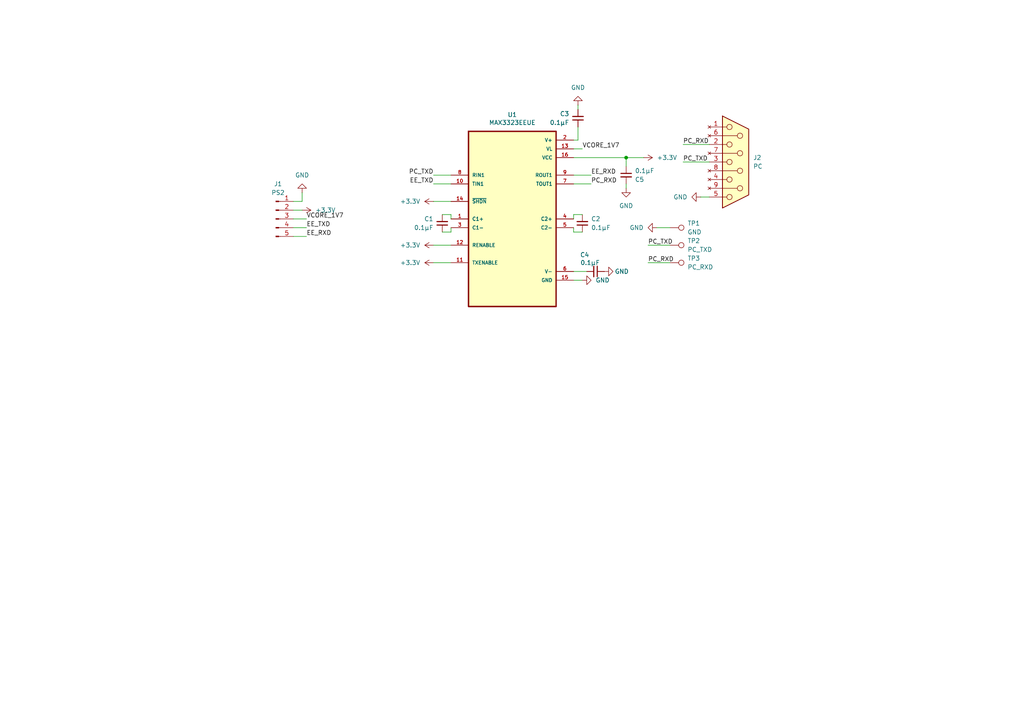
<source format=kicad_sch>
(kicad_sch
	(version 20250114)
	(generator "eeschema")
	(generator_version "9.0")
	(uuid "c89e5e76-1f36-4ad1-9901-3bf66b93c563")
	(paper "A4")
	(title_block
		(title "PS2 RS232 Serial Adapter")
		(date "2025-03-19")
		(rev "1.0")
	)
	(lib_symbols
		(symbol "Connector:TestPoint"
			(pin_numbers
				(hide yes)
			)
			(pin_names
				(offset 0.762)
				(hide yes)
			)
			(exclude_from_sim no)
			(in_bom yes)
			(on_board yes)
			(property "Reference" "TP"
				(at 0 6.858 0)
				(effects
					(font
						(size 1.27 1.27)
					)
				)
			)
			(property "Value" "TestPoint"
				(at 0 5.08 0)
				(effects
					(font
						(size 1.27 1.27)
					)
				)
			)
			(property "Footprint" ""
				(at 5.08 0 0)
				(effects
					(font
						(size 1.27 1.27)
					)
					(hide yes)
				)
			)
			(property "Datasheet" "~"
				(at 5.08 0 0)
				(effects
					(font
						(size 1.27 1.27)
					)
					(hide yes)
				)
			)
			(property "Description" "test point"
				(at 0 0 0)
				(effects
					(font
						(size 1.27 1.27)
					)
					(hide yes)
				)
			)
			(property "ki_keywords" "test point tp"
				(at 0 0 0)
				(effects
					(font
						(size 1.27 1.27)
					)
					(hide yes)
				)
			)
			(property "ki_fp_filters" "Pin* Test*"
				(at 0 0 0)
				(effects
					(font
						(size 1.27 1.27)
					)
					(hide yes)
				)
			)
			(symbol "TestPoint_0_1"
				(circle
					(center 0 3.302)
					(radius 0.762)
					(stroke
						(width 0)
						(type default)
					)
					(fill
						(type none)
					)
				)
			)
			(symbol "TestPoint_1_1"
				(pin passive line
					(at 0 0 90)
					(length 2.54)
					(name "1"
						(effects
							(font
								(size 1.27 1.27)
							)
						)
					)
					(number "1"
						(effects
							(font
								(size 1.27 1.27)
							)
						)
					)
				)
			)
			(embedded_fonts no)
		)
		(symbol "Device:C_Small"
			(pin_numbers
				(hide yes)
			)
			(pin_names
				(offset 0.254)
				(hide yes)
			)
			(exclude_from_sim no)
			(in_bom yes)
			(on_board yes)
			(property "Reference" "C"
				(at 0.254 1.778 0)
				(effects
					(font
						(size 1.27 1.27)
					)
					(justify left)
				)
			)
			(property "Value" "C_Small"
				(at 0.254 -2.032 0)
				(effects
					(font
						(size 1.27 1.27)
					)
					(justify left)
				)
			)
			(property "Footprint" ""
				(at 0 0 0)
				(effects
					(font
						(size 1.27 1.27)
					)
					(hide yes)
				)
			)
			(property "Datasheet" "~"
				(at 0 0 0)
				(effects
					(font
						(size 1.27 1.27)
					)
					(hide yes)
				)
			)
			(property "Description" "Unpolarized capacitor, small symbol"
				(at 0 0 0)
				(effects
					(font
						(size 1.27 1.27)
					)
					(hide yes)
				)
			)
			(property "ki_keywords" "capacitor cap"
				(at 0 0 0)
				(effects
					(font
						(size 1.27 1.27)
					)
					(hide yes)
				)
			)
			(property "ki_fp_filters" "C_*"
				(at 0 0 0)
				(effects
					(font
						(size 1.27 1.27)
					)
					(hide yes)
				)
			)
			(symbol "C_Small_0_1"
				(polyline
					(pts
						(xy -1.524 0.508) (xy 1.524 0.508)
					)
					(stroke
						(width 0.3048)
						(type default)
					)
					(fill
						(type none)
					)
				)
				(polyline
					(pts
						(xy -1.524 -0.508) (xy 1.524 -0.508)
					)
					(stroke
						(width 0.3302)
						(type default)
					)
					(fill
						(type none)
					)
				)
			)
			(symbol "C_Small_1_1"
				(pin passive line
					(at 0 2.54 270)
					(length 2.032)
					(name "~"
						(effects
							(font
								(size 1.27 1.27)
							)
						)
					)
					(number "1"
						(effects
							(font
								(size 1.27 1.27)
							)
						)
					)
				)
				(pin passive line
					(at 0 -2.54 90)
					(length 2.032)
					(name "~"
						(effects
							(font
								(size 1.27 1.27)
							)
						)
					)
					(number "2"
						(effects
							(font
								(size 1.27 1.27)
							)
						)
					)
				)
			)
			(embedded_fonts no)
		)
		(symbol "PS2_Serial_Adapter:MAX3323EEUE"
			(pin_names
				(offset 1.016)
			)
			(exclude_from_sim no)
			(in_bom yes)
			(on_board yes)
			(property "Reference" "U1"
				(at 0 30.48 0)
				(effects
					(font
						(size 1.27 1.27)
					)
				)
			)
			(property "Value" "MAX3323EEUE"
				(at 0 27.94 0)
				(effects
					(font
						(size 1.27 1.27)
					)
				)
			)
			(property "Footprint" "MAX3323EEUE:SOP65P640X110-16N"
				(at 0 0 0)
				(effects
					(font
						(size 1.27 1.27)
					)
					(justify bottom)
					(hide yes)
				)
			)
			(property "Datasheet" ""
				(at 0 0 0)
				(effects
					(font
						(size 1.27 1.27)
					)
					(hide yes)
				)
			)
			(property "Description" ""
				(at 0 0 0)
				(effects
					(font
						(size 1.27 1.27)
					)
					(hide yes)
				)
			)
			(property "DigiKey_Part_Number" "MAX3323EEUE+-ND"
				(at 0 0 0)
				(effects
					(font
						(size 1.27 1.27)
					)
					(justify bottom)
					(hide yes)
				)
			)
			(property "SnapEDA_Link" "https://www.snapeda.com/parts/MAX3323EEUE+/Analog+Devices/view-part/?ref=snap"
				(at 0 0 0)
				(effects
					(font
						(size 1.27 1.27)
					)
					(justify bottom)
					(hide yes)
				)
			)
			(property "Description_1" "±15kV ESD-Protected, RS-232 Transceivers for Multidrop Applications"
				(at 0 0 0)
				(effects
					(font
						(size 1.27 1.27)
					)
					(justify bottom)
					(hide yes)
				)
			)
			(property "MF" "Analog Devices"
				(at 0 0 0)
				(effects
					(font
						(size 1.27 1.27)
					)
					(justify bottom)
					(hide yes)
				)
			)
			(property "Package" "TSSOP-16 Maxim"
				(at 0 0 0)
				(effects
					(font
						(size 1.27 1.27)
					)
					(justify bottom)
					(hide yes)
				)
			)
			(property "Check_prices" "https://www.snapeda.com/parts/MAX3323EEUE+/Analog+Devices/view-part/?ref=eda"
				(at 0 0 0)
				(effects
					(font
						(size 1.27 1.27)
					)
					(justify bottom)
					(hide yes)
				)
			)
			(property "MP" "MAX3323EEUE+"
				(at 0 0 0)
				(effects
					(font
						(size 1.27 1.27)
					)
					(justify bottom)
					(hide yes)
				)
			)
			(symbol "MAX3323EEUE_0_0"
				(rectangle
					(start -12.7 -25.4)
					(end 12.7 25.4)
					(stroke
						(width 0.41)
						(type default)
					)
					(fill
						(type background)
					)
				)
				(pin input line
					(at -17.78 12.7 0)
					(length 5.08)
					(name "RIN1"
						(effects
							(font
								(size 1.016 1.016)
							)
						)
					)
					(number "8"
						(effects
							(font
								(size 1.016 1.016)
							)
						)
					)
				)
				(pin input line
					(at -17.78 10.16 0)
					(length 5.08)
					(name "TIN1"
						(effects
							(font
								(size 1.016 1.016)
							)
						)
					)
					(number "10"
						(effects
							(font
								(size 1.016 1.016)
							)
						)
					)
				)
				(pin power_in line
					(at -17.78 5.08 0)
					(length 5.08)
					(name "~{SHDN}"
						(effects
							(font
								(size 1.016 1.016)
							)
						)
					)
					(number "14"
						(effects
							(font
								(size 1.016 1.016)
							)
						)
					)
				)
				(pin bidirectional line
					(at -17.78 0 0)
					(length 5.08)
					(name "C1+"
						(effects
							(font
								(size 1.016 1.016)
							)
						)
					)
					(number "1"
						(effects
							(font
								(size 1.016 1.016)
							)
						)
					)
				)
				(pin bidirectional line
					(at -17.78 -2.54 0)
					(length 5.08)
					(name "C1-"
						(effects
							(font
								(size 1.016 1.016)
							)
						)
					)
					(number "3"
						(effects
							(font
								(size 1.016 1.016)
							)
						)
					)
				)
				(pin power_in line
					(at -17.78 -7.62 0)
					(length 5.08)
					(name "RENABLE"
						(effects
							(font
								(size 1.016 1.016)
							)
						)
					)
					(number "12"
						(effects
							(font
								(size 1.016 1.016)
							)
						)
					)
				)
				(pin power_in line
					(at -17.78 -12.7 0)
					(length 5.08)
					(name "TXENABLE"
						(effects
							(font
								(size 1.016 1.016)
							)
						)
					)
					(number "11"
						(effects
							(font
								(size 1.016 1.016)
							)
						)
					)
				)
				(pin power_out line
					(at 17.78 22.86 180)
					(length 5.08)
					(name "V+"
						(effects
							(font
								(size 1.016 1.016)
							)
						)
					)
					(number "2"
						(effects
							(font
								(size 1.016 1.016)
							)
						)
					)
				)
				(pin power_in line
					(at 17.78 20.32 180)
					(length 5.08)
					(name "VL"
						(effects
							(font
								(size 1.016 1.016)
							)
						)
					)
					(number "13"
						(effects
							(font
								(size 1.016 1.016)
							)
						)
					)
				)
				(pin power_in line
					(at 17.78 17.78 180)
					(length 5.08)
					(name "VCC"
						(effects
							(font
								(size 1.016 1.016)
							)
						)
					)
					(number "16"
						(effects
							(font
								(size 1.016 1.016)
							)
						)
					)
				)
				(pin output line
					(at 17.78 12.7 180)
					(length 5.08)
					(name "ROUT1"
						(effects
							(font
								(size 1.016 1.016)
							)
						)
					)
					(number "9"
						(effects
							(font
								(size 1.016 1.016)
							)
						)
					)
				)
				(pin output line
					(at 17.78 10.16 180)
					(length 5.08)
					(name "TOUT1"
						(effects
							(font
								(size 1.016 1.016)
							)
						)
					)
					(number "7"
						(effects
							(font
								(size 1.016 1.016)
							)
						)
					)
				)
				(pin bidirectional line
					(at 17.78 0 180)
					(length 5.08)
					(name "C2+"
						(effects
							(font
								(size 1.016 1.016)
							)
						)
					)
					(number "4"
						(effects
							(font
								(size 1.016 1.016)
							)
						)
					)
				)
				(pin bidirectional line
					(at 17.78 -2.54 180)
					(length 5.08)
					(name "C2-"
						(effects
							(font
								(size 1.016 1.016)
							)
						)
					)
					(number "5"
						(effects
							(font
								(size 1.016 1.016)
							)
						)
					)
				)
				(pin power_out line
					(at 17.78 -15.24 180)
					(length 5.08)
					(name "V-"
						(effects
							(font
								(size 1.016 1.016)
							)
						)
					)
					(number "6"
						(effects
							(font
								(size 1.016 1.016)
							)
						)
					)
				)
				(pin power_in line
					(at 17.78 -17.78 180)
					(length 5.08)
					(name "GND"
						(effects
							(font
								(size 1.016 1.016)
							)
						)
					)
					(number "15"
						(effects
							(font
								(size 1.016 1.016)
							)
						)
					)
				)
			)
			(embedded_fonts no)
		)
		(symbol "PS2_Serial_Adapter:PC_DE9_Socket"
			(pin_names
				(offset 1.016)
				(hide yes)
			)
			(exclude_from_sim no)
			(in_bom yes)
			(on_board yes)
			(property "Reference" "J2"
				(at 5.08 1.2701 0)
				(effects
					(font
						(size 1.27 1.27)
					)
					(justify left)
				)
			)
			(property "Value" "PC"
				(at 5.08 -1.2699 0)
				(effects
					(font
						(size 1.27 1.27)
					)
					(justify left)
				)
			)
			(property "Footprint" "Connector_Dsub:DSUB-9_Socket_EdgeMount_P2.77mm"
				(at 0 0 0)
				(effects
					(font
						(size 1.27 1.27)
					)
					(hide yes)
				)
			)
			(property "Datasheet" "~"
				(at 0 0 0)
				(effects
					(font
						(size 1.27 1.27)
					)
					(hide yes)
				)
			)
			(property "Description" "9-pin D-SUB connector, socket (female)"
				(at 0 0 0)
				(effects
					(font
						(size 1.27 1.27)
					)
					(hide yes)
				)
			)
			(property "ki_keywords" "DSUB DB9"
				(at 0 0 0)
				(effects
					(font
						(size 1.27 1.27)
					)
					(hide yes)
				)
			)
			(property "ki_fp_filters" "DSUB*Socket*"
				(at 0 0 0)
				(effects
					(font
						(size 1.27 1.27)
					)
					(hide yes)
				)
			)
			(symbol "PC_DE9_Socket_0_1"
				(polyline
					(pts
						(xy -3.81 13.335) (xy -3.81 -13.335) (xy 3.81 -9.525) (xy 3.81 9.525) (xy -3.81 13.335)
					)
					(stroke
						(width 0.254)
						(type default)
					)
					(fill
						(type background)
					)
				)
				(polyline
					(pts
						(xy -3.81 10.16) (xy -2.54 10.16)
					)
					(stroke
						(width 0)
						(type default)
					)
					(fill
						(type none)
					)
				)
				(polyline
					(pts
						(xy -3.81 7.62) (xy 0.508 7.62)
					)
					(stroke
						(width 0)
						(type default)
					)
					(fill
						(type none)
					)
				)
				(polyline
					(pts
						(xy -3.81 5.08) (xy -2.54 5.08)
					)
					(stroke
						(width 0)
						(type default)
					)
					(fill
						(type none)
					)
				)
				(polyline
					(pts
						(xy -3.81 2.54) (xy 0.508 2.54)
					)
					(stroke
						(width 0)
						(type default)
					)
					(fill
						(type none)
					)
				)
				(polyline
					(pts
						(xy -3.81 0) (xy -2.54 0)
					)
					(stroke
						(width 0)
						(type default)
					)
					(fill
						(type none)
					)
				)
				(polyline
					(pts
						(xy -3.81 -2.54) (xy 0.508 -2.54)
					)
					(stroke
						(width 0)
						(type default)
					)
					(fill
						(type none)
					)
				)
				(polyline
					(pts
						(xy -3.81 -5.08) (xy -2.54 -5.08)
					)
					(stroke
						(width 0)
						(type default)
					)
					(fill
						(type none)
					)
				)
				(polyline
					(pts
						(xy -3.81 -7.62) (xy 0.508 -7.62)
					)
					(stroke
						(width 0)
						(type default)
					)
					(fill
						(type none)
					)
				)
				(polyline
					(pts
						(xy -3.81 -10.16) (xy -2.54 -10.16)
					)
					(stroke
						(width 0)
						(type default)
					)
					(fill
						(type none)
					)
				)
				(circle
					(center -1.778 10.16)
					(radius 0.762)
					(stroke
						(width 0)
						(type default)
					)
					(fill
						(type none)
					)
				)
				(circle
					(center -1.778 5.08)
					(radius 0.762)
					(stroke
						(width 0)
						(type default)
					)
					(fill
						(type none)
					)
				)
				(circle
					(center -1.778 0)
					(radius 0.762)
					(stroke
						(width 0)
						(type default)
					)
					(fill
						(type none)
					)
				)
				(circle
					(center -1.778 -5.08)
					(radius 0.762)
					(stroke
						(width 0)
						(type default)
					)
					(fill
						(type none)
					)
				)
				(circle
					(center -1.778 -10.16)
					(radius 0.762)
					(stroke
						(width 0)
						(type default)
					)
					(fill
						(type none)
					)
				)
				(circle
					(center 1.27 7.62)
					(radius 0.762)
					(stroke
						(width 0)
						(type default)
					)
					(fill
						(type none)
					)
				)
				(circle
					(center 1.27 2.54)
					(radius 0.762)
					(stroke
						(width 0)
						(type default)
					)
					(fill
						(type none)
					)
				)
				(circle
					(center 1.27 -2.54)
					(radius 0.762)
					(stroke
						(width 0)
						(type default)
					)
					(fill
						(type none)
					)
				)
				(circle
					(center 1.27 -7.62)
					(radius 0.762)
					(stroke
						(width 0)
						(type default)
					)
					(fill
						(type none)
					)
				)
			)
			(symbol "PC_DE9_Socket_1_1"
				(pin no_connect line
					(at -7.62 10.16 0)
					(length 3.81)
					(name "1"
						(effects
							(font
								(size 1.27 1.27)
							)
						)
					)
					(number "1"
						(effects
							(font
								(size 1.27 1.27)
							)
						)
					)
				)
				(pin no_connect line
					(at -7.62 7.62 0)
					(length 3.81)
					(name "6"
						(effects
							(font
								(size 1.27 1.27)
							)
						)
					)
					(number "6"
						(effects
							(font
								(size 1.27 1.27)
							)
						)
					)
				)
				(pin passive line
					(at -7.62 5.08 0)
					(length 3.81)
					(name "2"
						(effects
							(font
								(size 1.27 1.27)
							)
						)
					)
					(number "2"
						(effects
							(font
								(size 1.27 1.27)
							)
						)
					)
				)
				(pin no_connect line
					(at -7.62 2.54 0)
					(length 3.81)
					(name "7"
						(effects
							(font
								(size 1.27 1.27)
							)
						)
					)
					(number "7"
						(effects
							(font
								(size 1.27 1.27)
							)
						)
					)
				)
				(pin passive line
					(at -7.62 0 0)
					(length 3.81)
					(name "3"
						(effects
							(font
								(size 1.27 1.27)
							)
						)
					)
					(number "3"
						(effects
							(font
								(size 1.27 1.27)
							)
						)
					)
				)
				(pin no_connect line
					(at -7.62 -2.54 0)
					(length 3.81)
					(name "8"
						(effects
							(font
								(size 1.27 1.27)
							)
						)
					)
					(number "8"
						(effects
							(font
								(size 1.27 1.27)
							)
						)
					)
				)
				(pin no_connect line
					(at -7.62 -5.08 0)
					(length 3.81)
					(name "4"
						(effects
							(font
								(size 1.27 1.27)
							)
						)
					)
					(number "4"
						(effects
							(font
								(size 1.27 1.27)
							)
						)
					)
				)
				(pin no_connect line
					(at -7.62 -7.62 0)
					(length 3.81)
					(name "9"
						(effects
							(font
								(size 1.27 1.27)
							)
						)
					)
					(number "9"
						(effects
							(font
								(size 1.27 1.27)
							)
						)
					)
				)
				(pin passive line
					(at -7.62 -10.16 0)
					(length 3.81)
					(name "5"
						(effects
							(font
								(size 1.27 1.27)
							)
						)
					)
					(number "5"
						(effects
							(font
								(size 1.27 1.27)
							)
						)
					)
				)
			)
			(embedded_fonts no)
		)
		(symbol "PS2_Serial_Adapter:PS2_Conn_01x05_Pin"
			(pin_names
				(offset 1.016)
				(hide yes)
			)
			(exclude_from_sim no)
			(in_bom yes)
			(on_board yes)
			(property "Reference" "J1"
				(at 0.635 10.16 0)
				(effects
					(font
						(size 1.27 1.27)
					)
				)
			)
			(property "Value" "PS2"
				(at 0.635 7.62 0)
				(effects
					(font
						(size 1.27 1.27)
					)
				)
			)
			(property "Footprint" "Connector_JST:JST_EH_S5B-EH_1x05_P2.50mm_Horizontal"
				(at 0 0 0)
				(effects
					(font
						(size 1.27 1.27)
					)
					(hide yes)
				)
			)
			(property "Datasheet" "~"
				(at 0 0 0)
				(effects
					(font
						(size 1.27 1.27)
					)
					(hide yes)
				)
			)
			(property "Description" "Generic connector, single row, 01x05, script generated"
				(at 0 0 0)
				(effects
					(font
						(size 1.27 1.27)
					)
					(hide yes)
				)
			)
			(property "ki_keywords" "connector"
				(at 0 0 0)
				(effects
					(font
						(size 1.27 1.27)
					)
					(hide yes)
				)
			)
			(property "ki_fp_filters" "Connector*:*_1x??_*"
				(at 0 0 0)
				(effects
					(font
						(size 1.27 1.27)
					)
					(hide yes)
				)
			)
			(symbol "PS2_Conn_01x05_Pin_1_1"
				(rectangle
					(start 0.8636 5.207)
					(end 0 4.953)
					(stroke
						(width 0.1524)
						(type default)
					)
					(fill
						(type outline)
					)
				)
				(rectangle
					(start 0.8636 2.667)
					(end 0 2.413)
					(stroke
						(width 0.1524)
						(type default)
					)
					(fill
						(type outline)
					)
				)
				(rectangle
					(start 0.8636 0.127)
					(end 0 -0.127)
					(stroke
						(width 0.1524)
						(type default)
					)
					(fill
						(type outline)
					)
				)
				(rectangle
					(start 0.8636 -2.413)
					(end 0 -2.667)
					(stroke
						(width 0.1524)
						(type default)
					)
					(fill
						(type outline)
					)
				)
				(rectangle
					(start 0.8636 -4.953)
					(end 0 -5.207)
					(stroke
						(width 0.1524)
						(type default)
					)
					(fill
						(type outline)
					)
				)
				(polyline
					(pts
						(xy 1.27 5.08) (xy 0.8636 5.08)
					)
					(stroke
						(width 0.1524)
						(type default)
					)
					(fill
						(type none)
					)
				)
				(polyline
					(pts
						(xy 1.27 2.54) (xy 0.8636 2.54)
					)
					(stroke
						(width 0.1524)
						(type default)
					)
					(fill
						(type none)
					)
				)
				(polyline
					(pts
						(xy 1.27 0) (xy 0.8636 0)
					)
					(stroke
						(width 0.1524)
						(type default)
					)
					(fill
						(type none)
					)
				)
				(polyline
					(pts
						(xy 1.27 -2.54) (xy 0.8636 -2.54)
					)
					(stroke
						(width 0.1524)
						(type default)
					)
					(fill
						(type none)
					)
				)
				(polyline
					(pts
						(xy 1.27 -5.08) (xy 0.8636 -5.08)
					)
					(stroke
						(width 0.1524)
						(type default)
					)
					(fill
						(type none)
					)
				)
				(pin power_out line
					(at 5.08 5.08 180)
					(length 3.81)
					(name "GND"
						(effects
							(font
								(size 1.27 1.27)
							)
						)
					)
					(number "1"
						(effects
							(font
								(size 1.27 1.27)
							)
						)
					)
				)
				(pin power_out line
					(at 5.08 2.54 180)
					(length 3.81)
					(name "VCC_3V3"
						(effects
							(font
								(size 1.27 1.27)
							)
						)
					)
					(number "2"
						(effects
							(font
								(size 1.27 1.27)
							)
						)
					)
				)
				(pin power_out line
					(at 5.08 0 180)
					(length 3.81)
					(name "VCORE_1V7"
						(effects
							(font
								(size 1.27 1.27)
							)
						)
					)
					(number "3"
						(effects
							(font
								(size 1.27 1.27)
							)
						)
					)
				)
				(pin output line
					(at 5.08 -2.54 180)
					(length 3.81)
					(name "EE_TXD"
						(effects
							(font
								(size 1.27 1.27)
							)
						)
					)
					(number "4"
						(effects
							(font
								(size 1.27 1.27)
							)
						)
					)
				)
				(pin input line
					(at 5.08 -5.08 180)
					(length 3.81)
					(name "EE_RXD"
						(effects
							(font
								(size 1.27 1.27)
							)
						)
					)
					(number "5"
						(effects
							(font
								(size 1.27 1.27)
							)
						)
					)
				)
			)
			(embedded_fonts no)
		)
		(symbol "power:+3.3V"
			(power)
			(pin_numbers
				(hide yes)
			)
			(pin_names
				(offset 0)
				(hide yes)
			)
			(exclude_from_sim no)
			(in_bom yes)
			(on_board yes)
			(property "Reference" "#PWR"
				(at 0 -3.81 0)
				(effects
					(font
						(size 1.27 1.27)
					)
					(hide yes)
				)
			)
			(property "Value" "+3.3V"
				(at 0 3.556 0)
				(effects
					(font
						(size 1.27 1.27)
					)
				)
			)
			(property "Footprint" ""
				(at 0 0 0)
				(effects
					(font
						(size 1.27 1.27)
					)
					(hide yes)
				)
			)
			(property "Datasheet" ""
				(at 0 0 0)
				(effects
					(font
						(size 1.27 1.27)
					)
					(hide yes)
				)
			)
			(property "Description" "Power symbol creates a global label with name \"+3.3V\""
				(at 0 0 0)
				(effects
					(font
						(size 1.27 1.27)
					)
					(hide yes)
				)
			)
			(property "ki_keywords" "global power"
				(at 0 0 0)
				(effects
					(font
						(size 1.27 1.27)
					)
					(hide yes)
				)
			)
			(symbol "+3.3V_0_1"
				(polyline
					(pts
						(xy -0.762 1.27) (xy 0 2.54)
					)
					(stroke
						(width 0)
						(type default)
					)
					(fill
						(type none)
					)
				)
				(polyline
					(pts
						(xy 0 2.54) (xy 0.762 1.27)
					)
					(stroke
						(width 0)
						(type default)
					)
					(fill
						(type none)
					)
				)
				(polyline
					(pts
						(xy 0 0) (xy 0 2.54)
					)
					(stroke
						(width 0)
						(type default)
					)
					(fill
						(type none)
					)
				)
			)
			(symbol "+3.3V_1_1"
				(pin power_in line
					(at 0 0 90)
					(length 0)
					(name "~"
						(effects
							(font
								(size 1.27 1.27)
							)
						)
					)
					(number "1"
						(effects
							(font
								(size 1.27 1.27)
							)
						)
					)
				)
			)
			(embedded_fonts no)
		)
		(symbol "power:GND"
			(power)
			(pin_numbers
				(hide yes)
			)
			(pin_names
				(offset 0)
				(hide yes)
			)
			(exclude_from_sim no)
			(in_bom yes)
			(on_board yes)
			(property "Reference" "#PWR"
				(at 0 -6.35 0)
				(effects
					(font
						(size 1.27 1.27)
					)
					(hide yes)
				)
			)
			(property "Value" "GND"
				(at 0 -3.81 0)
				(effects
					(font
						(size 1.27 1.27)
					)
				)
			)
			(property "Footprint" ""
				(at 0 0 0)
				(effects
					(font
						(size 1.27 1.27)
					)
					(hide yes)
				)
			)
			(property "Datasheet" ""
				(at 0 0 0)
				(effects
					(font
						(size 1.27 1.27)
					)
					(hide yes)
				)
			)
			(property "Description" "Power symbol creates a global label with name \"GND\" , ground"
				(at 0 0 0)
				(effects
					(font
						(size 1.27 1.27)
					)
					(hide yes)
				)
			)
			(property "ki_keywords" "global power"
				(at 0 0 0)
				(effects
					(font
						(size 1.27 1.27)
					)
					(hide yes)
				)
			)
			(symbol "GND_0_1"
				(polyline
					(pts
						(xy 0 0) (xy 0 -1.27) (xy 1.27 -1.27) (xy 0 -2.54) (xy -1.27 -1.27) (xy 0 -1.27)
					)
					(stroke
						(width 0)
						(type default)
					)
					(fill
						(type none)
					)
				)
			)
			(symbol "GND_1_1"
				(pin power_in line
					(at 0 0 270)
					(length 0)
					(name "~"
						(effects
							(font
								(size 1.27 1.27)
							)
						)
					)
					(number "1"
						(effects
							(font
								(size 1.27 1.27)
							)
						)
					)
				)
			)
			(embedded_fonts no)
		)
	)
	(junction
		(at 181.61 45.72)
		(diameter 0)
		(color 0 0 0 0)
		(uuid "a56db2da-de6f-43cf-89ca-d5d2f5e0110d")
	)
	(wire
		(pts
			(xy 85.09 63.5) (xy 88.9 63.5)
		)
		(stroke
			(width 0)
			(type default)
		)
		(uuid "0aa5a3f4-7654-4855-89b1-44b7de03d48f")
	)
	(wire
		(pts
			(xy 166.37 67.31) (xy 166.37 66.04)
		)
		(stroke
			(width 0)
			(type default)
		)
		(uuid "0d0dd8cc-abc8-4610-92e4-9c9466133acd")
	)
	(wire
		(pts
			(xy 181.61 54.61) (xy 181.61 53.34)
		)
		(stroke
			(width 0)
			(type default)
		)
		(uuid "16814c06-d261-4e44-9ee2-9b44adc34a91")
	)
	(wire
		(pts
			(xy 181.61 45.72) (xy 181.61 48.26)
		)
		(stroke
			(width 0)
			(type default)
		)
		(uuid "1ede504b-813e-4d0e-af02-d3f927e67db0")
	)
	(wire
		(pts
			(xy 130.81 62.23) (xy 130.81 63.5)
		)
		(stroke
			(width 0)
			(type default)
		)
		(uuid "245e4e3c-efb9-4a59-9051-0a5b7c55e33b")
	)
	(wire
		(pts
			(xy 167.64 30.48) (xy 167.64 31.75)
		)
		(stroke
			(width 0)
			(type default)
		)
		(uuid "2d124550-115a-47cd-916b-b9f6d7264dee")
	)
	(wire
		(pts
			(xy 130.81 76.2) (xy 125.73 76.2)
		)
		(stroke
			(width 0)
			(type default)
		)
		(uuid "33b106d8-9c66-434c-b455-74165f4a186f")
	)
	(wire
		(pts
			(xy 130.81 62.23) (xy 128.27 62.23)
		)
		(stroke
			(width 0)
			(type default)
		)
		(uuid "41225422-328b-4945-bfc3-39ae48d13c18")
	)
	(wire
		(pts
			(xy 85.09 66.04) (xy 88.9 66.04)
		)
		(stroke
			(width 0)
			(type default)
		)
		(uuid "43226317-9df9-48fe-a929-c7ae8b27c3d9")
	)
	(wire
		(pts
			(xy 87.63 58.42) (xy 87.63 55.88)
		)
		(stroke
			(width 0)
			(type default)
		)
		(uuid "65514d25-b114-4f6d-a05f-5a2d02dd8aa8")
	)
	(wire
		(pts
			(xy 85.09 68.58) (xy 88.9 68.58)
		)
		(stroke
			(width 0)
			(type default)
		)
		(uuid "6c138e37-7c7c-4b6d-97df-2d1b283c2ea3")
	)
	(wire
		(pts
			(xy 198.12 46.99) (xy 205.74 46.99)
		)
		(stroke
			(width 0)
			(type default)
		)
		(uuid "6f52bc9f-ac37-4d29-b8f2-1f584b0351f7")
	)
	(wire
		(pts
			(xy 168.91 67.31) (xy 166.37 67.31)
		)
		(stroke
			(width 0)
			(type default)
		)
		(uuid "75ec9625-26ef-42b1-a3cf-b32fb652839d")
	)
	(wire
		(pts
			(xy 85.09 58.42) (xy 87.63 58.42)
		)
		(stroke
			(width 0)
			(type default)
		)
		(uuid "85fe8ebf-34f9-459e-958b-b2ca7a0694cd")
	)
	(wire
		(pts
			(xy 130.81 67.31) (xy 128.27 67.31)
		)
		(stroke
			(width 0)
			(type default)
		)
		(uuid "8a485b4c-e852-47d1-99a4-2f830bf96f4e")
	)
	(wire
		(pts
			(xy 181.61 45.72) (xy 166.37 45.72)
		)
		(stroke
			(width 0)
			(type default)
		)
		(uuid "8cf0db52-3864-4d61-be3a-753fa68ecbd9")
	)
	(wire
		(pts
			(xy 166.37 53.34) (xy 171.45 53.34)
		)
		(stroke
			(width 0)
			(type default)
		)
		(uuid "946ad5d5-f4b0-4790-bd4c-60cbd3bf9445")
	)
	(wire
		(pts
			(xy 198.12 41.91) (xy 205.74 41.91)
		)
		(stroke
			(width 0)
			(type default)
		)
		(uuid "94d1a6c4-76c5-48b5-a91c-919dfab79cc4")
	)
	(wire
		(pts
			(xy 190.5 66.04) (xy 194.31 66.04)
		)
		(stroke
			(width 0)
			(type default)
		)
		(uuid "957905c6-991a-4b0f-827f-7d1a8e37cc99")
	)
	(wire
		(pts
			(xy 166.37 78.74) (xy 170.18 78.74)
		)
		(stroke
			(width 0)
			(type default)
		)
		(uuid "95d1c72f-2317-4c0b-9c7f-827078e9be9e")
	)
	(wire
		(pts
			(xy 85.09 60.96) (xy 87.63 60.96)
		)
		(stroke
			(width 0)
			(type default)
		)
		(uuid "9ba337ca-e102-49a6-a1e8-c4416d5c7ea6")
	)
	(wire
		(pts
			(xy 166.37 81.28) (xy 168.91 81.28)
		)
		(stroke
			(width 0)
			(type default)
		)
		(uuid "9c2cdb80-beda-4341-8da2-9fc5bf3a8cf9")
	)
	(wire
		(pts
			(xy 130.81 58.42) (xy 125.73 58.42)
		)
		(stroke
			(width 0)
			(type default)
		)
		(uuid "b086f192-d743-4720-ae55-b4a1d254cbca")
	)
	(wire
		(pts
			(xy 130.81 53.34) (xy 125.73 53.34)
		)
		(stroke
			(width 0)
			(type default)
		)
		(uuid "b994e22d-4b3b-4e75-8e20-02cfc246ce18")
	)
	(wire
		(pts
			(xy 167.64 40.64) (xy 167.64 36.83)
		)
		(stroke
			(width 0)
			(type default)
		)
		(uuid "c2b6e020-2870-4a8f-90b9-b38e1d4bfbea")
	)
	(wire
		(pts
			(xy 187.96 76.2) (xy 194.31 76.2)
		)
		(stroke
			(width 0)
			(type default)
		)
		(uuid "c502dec7-cdc2-4465-bb21-c58e2f92dff8")
	)
	(wire
		(pts
			(xy 125.73 50.8) (xy 130.81 50.8)
		)
		(stroke
			(width 0)
			(type default)
		)
		(uuid "c7f9c033-d4bc-4d69-9d5c-803268a36405")
	)
	(wire
		(pts
			(xy 203.2 57.15) (xy 205.74 57.15)
		)
		(stroke
			(width 0)
			(type default)
		)
		(uuid "cec57d14-9f92-4118-b194-2d49c8d248c6")
	)
	(wire
		(pts
			(xy 186.69 45.72) (xy 181.61 45.72)
		)
		(stroke
			(width 0)
			(type default)
		)
		(uuid "cf8a0e99-fcd8-4298-bf18-1f3aeb4cbc87")
	)
	(wire
		(pts
			(xy 187.96 71.12) (xy 194.31 71.12)
		)
		(stroke
			(width 0)
			(type default)
		)
		(uuid "d2673825-fef3-43be-bf31-d2eb31af430d")
	)
	(wire
		(pts
			(xy 166.37 43.18) (xy 168.91 43.18)
		)
		(stroke
			(width 0)
			(type default)
		)
		(uuid "d8567654-51f7-48bc-a2dc-be8894214da9")
	)
	(wire
		(pts
			(xy 168.91 62.23) (xy 166.37 62.23)
		)
		(stroke
			(width 0)
			(type default)
		)
		(uuid "dc916a75-5091-4814-b019-6d7211ab9416")
	)
	(wire
		(pts
			(xy 130.81 66.04) (xy 130.81 67.31)
		)
		(stroke
			(width 0)
			(type default)
		)
		(uuid "dd32ce24-4f70-4721-939e-f8f2eb42b19b")
	)
	(wire
		(pts
			(xy 166.37 63.5) (xy 166.37 62.23)
		)
		(stroke
			(width 0)
			(type default)
		)
		(uuid "e254ad36-6d88-4f0c-afe2-4db1c53bf591")
	)
	(wire
		(pts
			(xy 167.64 40.64) (xy 166.37 40.64)
		)
		(stroke
			(width 0)
			(type default)
		)
		(uuid "ea6fda20-b6be-4d03-ae0d-e9210a865ffb")
	)
	(wire
		(pts
			(xy 171.45 50.8) (xy 166.37 50.8)
		)
		(stroke
			(width 0)
			(type default)
		)
		(uuid "ee2db227-4489-4519-bc0f-ea03e4856013")
	)
	(wire
		(pts
			(xy 130.81 71.12) (xy 125.73 71.12)
		)
		(stroke
			(width 0)
			(type default)
		)
		(uuid "f2d293b7-62aa-4f02-9b5b-e5a588433189")
	)
	(label "EE_TXD"
		(at 88.9 66.04 0)
		(effects
			(font
				(size 1.27 1.27)
			)
			(justify left bottom)
		)
		(uuid "01d6061e-f265-4612-9412-31fa42276c6a")
	)
	(label "VCORE_1V7"
		(at 168.91 43.18 0)
		(effects
			(font
				(size 1.27 1.27)
			)
			(justify left bottom)
		)
		(uuid "1976f794-82c6-4cf1-96a2-76428c86461d")
	)
	(label "VCORE_1V7"
		(at 88.9 63.5 0)
		(effects
			(font
				(size 1.27 1.27)
			)
			(justify left bottom)
		)
		(uuid "35f2fe30-4fff-47b3-86f4-36abe327feac")
	)
	(label "EE_TXD"
		(at 125.73 53.34 180)
		(effects
			(font
				(size 1.27 1.27)
			)
			(justify right bottom)
		)
		(uuid "5688a9f3-5218-465c-92eb-4205be9836c8")
	)
	(label "EE_RXD"
		(at 171.45 50.8 0)
		(effects
			(font
				(size 1.27 1.27)
			)
			(justify left bottom)
		)
		(uuid "6c0a0f0a-9a0e-42b8-ba1f-7a6d678e2655")
	)
	(label "EE_RXD"
		(at 88.9 68.58 0)
		(effects
			(font
				(size 1.27 1.27)
			)
			(justify left bottom)
		)
		(uuid "81642be8-9c43-4e1f-b560-51b31d4de8e2")
	)
	(label "PC_RXD"
		(at 198.12 41.91 0)
		(effects
			(font
				(size 1.27 1.27)
			)
			(justify left bottom)
		)
		(uuid "84eadc66-d5b7-4cbc-847f-7dc555c836ba")
	)
	(label "PC_TXD"
		(at 187.96 71.12 0)
		(effects
			(font
				(size 1.27 1.27)
			)
			(justify left bottom)
		)
		(uuid "85161ef6-7ee9-4358-9700-9d54a017799c")
	)
	(label "PC_RXD"
		(at 187.96 76.2 0)
		(effects
			(font
				(size 1.27 1.27)
			)
			(justify left bottom)
		)
		(uuid "8bf4f9ca-511e-4a4c-b62a-497912d1dcce")
	)
	(label "PC_TXD"
		(at 198.12 46.99 0)
		(effects
			(font
				(size 1.27 1.27)
			)
			(justify left bottom)
		)
		(uuid "aa6c5e07-24f1-464e-bbf7-29bf49e61970")
	)
	(label "PC_RXD"
		(at 171.45 53.34 0)
		(effects
			(font
				(size 1.27 1.27)
			)
			(justify left bottom)
		)
		(uuid "c0a4a915-82ba-42b2-9f71-3cc4c4b4fab7")
	)
	(label "PC_TXD"
		(at 125.73 50.8 180)
		(effects
			(font
				(size 1.27 1.27)
			)
			(justify right bottom)
		)
		(uuid "d1700401-ebdb-4f4e-a5e9-2247d3852a35")
	)
	(symbol
		(lib_id "PS2_Serial_Adapter:PC_DE9_Socket")
		(at 213.36 46.99 0)
		(unit 1)
		(exclude_from_sim no)
		(in_bom yes)
		(on_board yes)
		(dnp no)
		(fields_autoplaced yes)
		(uuid "005c1bc1-de4e-4bec-9323-4ecf88a050c1")
		(property "Reference" "J2"
			(at 218.44 45.7199 0)
			(effects
				(font
					(size 1.27 1.27)
				)
				(justify left)
			)
		)
		(property "Value" "PC"
			(at 218.44 48.2599 0)
			(effects
				(font
					(size 1.27 1.27)
				)
				(justify left)
			)
		)
		(property "Footprint" "Connector_Dsub:DSUB-9_Socket_EdgeMount_P2.77mm"
			(at 213.36 46.99 0)
			(effects
				(font
					(size 1.27 1.27)
				)
				(hide yes)
			)
		)
		(property "Datasheet" "~"
			(at 213.36 46.99 0)
			(effects
				(font
					(size 1.27 1.27)
				)
				(hide yes)
			)
		)
		(property "Description" "9-pin D-SUB connector, socket (female)"
			(at 213.36 46.99 0)
			(effects
				(font
					(size 1.27 1.27)
				)
				(hide yes)
			)
		)
		(pin "1"
			(uuid "285e4134-6521-46ef-b043-dbac1ae31039")
		)
		(pin "7"
			(uuid "3eb69437-1f4b-4106-b064-f537b214fc78")
		)
		(pin "9"
			(uuid "054548b7-8fa8-41e8-9922-31d05921ea02")
		)
		(pin "8"
			(uuid "9ea7de1c-16e3-4b20-add2-d6d312f26f59")
		)
		(pin "4"
			(uuid "954169b3-e503-43a3-80b9-9edac943d3a9")
		)
		(pin "3"
			(uuid "8675b66a-aa2a-4085-a282-0631429cb9ed")
		)
		(pin "5"
			(uuid "7067f8f4-cb64-4471-b601-991d39f63e7b")
		)
		(pin "6"
			(uuid "4bca458f-1898-4cd8-8c5e-73a4e251e434")
		)
		(pin "2"
			(uuid "c1afb8ee-c0c7-4566-8c4c-d3bd04f16b4a")
		)
		(instances
			(project ""
				(path "/c89e5e76-1f36-4ad1-9901-3bf66b93c563"
					(reference "J2")
					(unit 1)
				)
			)
		)
	)
	(symbol
		(lib_id "power:+3.3V")
		(at 87.63 60.96 270)
		(unit 1)
		(exclude_from_sim no)
		(in_bom yes)
		(on_board yes)
		(dnp no)
		(fields_autoplaced yes)
		(uuid "060be474-d9b3-44a0-abbf-e1e2979867a9")
		(property "Reference" "#PWR06"
			(at 83.82 60.96 0)
			(effects
				(font
					(size 1.27 1.27)
				)
				(hide yes)
			)
		)
		(property "Value" "+3.3V"
			(at 91.44 60.9599 90)
			(effects
				(font
					(size 1.27 1.27)
				)
				(justify left)
			)
		)
		(property "Footprint" ""
			(at 87.63 60.96 0)
			(effects
				(font
					(size 1.27 1.27)
				)
				(hide yes)
			)
		)
		(property "Datasheet" ""
			(at 87.63 60.96 0)
			(effects
				(font
					(size 1.27 1.27)
				)
				(hide yes)
			)
		)
		(property "Description" "Power symbol creates a global label with name \"+3.3V\""
			(at 87.63 60.96 0)
			(effects
				(font
					(size 1.27 1.27)
				)
				(hide yes)
			)
		)
		(pin "1"
			(uuid "7fe0d61b-2b6a-4b73-9548-42ad37527631")
		)
		(instances
			(project ""
				(path "/c89e5e76-1f36-4ad1-9901-3bf66b93c563"
					(reference "#PWR06")
					(unit 1)
				)
			)
		)
	)
	(symbol
		(lib_id "Device:C_Small")
		(at 181.61 50.8 0)
		(mirror y)
		(unit 1)
		(exclude_from_sim no)
		(in_bom yes)
		(on_board yes)
		(dnp no)
		(uuid "19d006d4-2dea-4bf4-8779-74ae6cd4696e")
		(property "Reference" "C5"
			(at 184.15 52.0765 0)
			(effects
				(font
					(size 1.27 1.27)
				)
				(justify right)
			)
		)
		(property "Value" "0.1μF"
			(at 184.15 49.5365 0)
			(effects
				(font
					(size 1.27 1.27)
				)
				(justify right)
			)
		)
		(property "Footprint" "Capacitor_SMD:C_0805_2012Metric_Pad1.18x1.45mm_HandSolder"
			(at 181.61 50.8 0)
			(effects
				(font
					(size 1.27 1.27)
				)
				(hide yes)
			)
		)
		(property "Datasheet" "~"
			(at 181.61 50.8 0)
			(effects
				(font
					(size 1.27 1.27)
				)
				(hide yes)
			)
		)
		(property "Description" "Unpolarized capacitor, small symbol"
			(at 181.61 50.8 0)
			(effects
				(font
					(size 1.27 1.27)
				)
				(hide yes)
			)
		)
		(pin "1"
			(uuid "3da242dd-1adb-4b90-b650-477886ac6448")
		)
		(pin "2"
			(uuid "63e2e933-0b9a-45ff-8098-a7cb3ef19e18")
		)
		(instances
			(project "PS2 Serial adapter"
				(path "/c89e5e76-1f36-4ad1-9901-3bf66b93c563"
					(reference "C5")
					(unit 1)
				)
			)
		)
	)
	(symbol
		(lib_id "Device:C_Small")
		(at 167.64 34.29 0)
		(mirror x)
		(unit 1)
		(exclude_from_sim no)
		(in_bom yes)
		(on_board yes)
		(dnp no)
		(uuid "1bb217ed-a870-4079-be39-f5638791d03d")
		(property "Reference" "C3"
			(at 165.1 33.0135 0)
			(effects
				(font
					(size 1.27 1.27)
				)
				(justify right)
			)
		)
		(property "Value" "0.1μF"
			(at 165.1 35.5535 0)
			(effects
				(font
					(size 1.27 1.27)
				)
				(justify right)
			)
		)
		(property "Footprint" "Capacitor_SMD:C_0805_2012Metric_Pad1.18x1.45mm_HandSolder"
			(at 167.64 34.29 0)
			(effects
				(font
					(size 1.27 1.27)
				)
				(hide yes)
			)
		)
		(property "Datasheet" "~"
			(at 167.64 34.29 0)
			(effects
				(font
					(size 1.27 1.27)
				)
				(hide yes)
			)
		)
		(property "Description" "Unpolarized capacitor, small symbol"
			(at 167.64 34.29 0)
			(effects
				(font
					(size 1.27 1.27)
				)
				(hide yes)
			)
		)
		(pin "1"
			(uuid "a18ddb85-0a01-43f0-b960-f7ef224c2366")
		)
		(pin "2"
			(uuid "3691b825-8f3a-4bec-b1c6-fdac76e9301e")
		)
		(instances
			(project "PS2 Serial adapter"
				(path "/c89e5e76-1f36-4ad1-9901-3bf66b93c563"
					(reference "C3")
					(unit 1)
				)
			)
		)
	)
	(symbol
		(lib_id "power:GND")
		(at 168.91 81.28 90)
		(unit 1)
		(exclude_from_sim no)
		(in_bom yes)
		(on_board yes)
		(dnp no)
		(fields_autoplaced yes)
		(uuid "22ea730b-e159-4e51-9b0f-c57096d815be")
		(property "Reference" "#PWR01"
			(at 175.26 81.28 0)
			(effects
				(font
					(size 1.27 1.27)
				)
				(hide yes)
			)
		)
		(property "Value" "GND"
			(at 172.72 81.2799 90)
			(effects
				(font
					(size 1.27 1.27)
				)
				(justify right)
			)
		)
		(property "Footprint" ""
			(at 168.91 81.28 0)
			(effects
				(font
					(size 1.27 1.27)
				)
				(hide yes)
			)
		)
		(property "Datasheet" ""
			(at 168.91 81.28 0)
			(effects
				(font
					(size 1.27 1.27)
				)
				(hide yes)
			)
		)
		(property "Description" "Power symbol creates a global label with name \"GND\" , ground"
			(at 168.91 81.28 0)
			(effects
				(font
					(size 1.27 1.27)
				)
				(hide yes)
			)
		)
		(pin "1"
			(uuid "58956233-1dc9-4966-a64c-a63f54ed00b6")
		)
		(instances
			(project ""
				(path "/c89e5e76-1f36-4ad1-9901-3bf66b93c563"
					(reference "#PWR01")
					(unit 1)
				)
			)
		)
	)
	(symbol
		(lib_id "PS2_Serial_Adapter:MAX3323EEUE")
		(at 148.59 63.5 0)
		(unit 1)
		(exclude_from_sim no)
		(in_bom yes)
		(on_board yes)
		(dnp no)
		(uuid "29e29388-68bc-4a41-89b0-854165d097dd")
		(property "Reference" "U1"
			(at 148.59 33.274 0)
			(effects
				(font
					(size 1.27 1.27)
				)
			)
		)
		(property "Value" "MAX3323EEUE"
			(at 148.59 35.56 0)
			(effects
				(font
					(size 1.27 1.27)
				)
			)
		)
		(property "Footprint" "MAX3323EEUE:SOP65P640X110-16N"
			(at 148.59 63.5 0)
			(effects
				(font
					(size 1.27 1.27)
				)
				(justify bottom)
				(hide yes)
			)
		)
		(property "Datasheet" ""
			(at 148.59 63.5 0)
			(effects
				(font
					(size 1.27 1.27)
				)
				(hide yes)
			)
		)
		(property "Description" ""
			(at 148.59 63.5 0)
			(effects
				(font
					(size 1.27 1.27)
				)
				(hide yes)
			)
		)
		(property "DigiKey_Part_Number" "MAX3323EEUE+-ND"
			(at 148.59 63.5 0)
			(effects
				(font
					(size 1.27 1.27)
				)
				(justify bottom)
				(hide yes)
			)
		)
		(property "SnapEDA_Link" "https://www.snapeda.com/parts/MAX3323EEUE+/Analog+Devices/view-part/?ref=snap"
			(at 148.59 63.5 0)
			(effects
				(font
					(size 1.27 1.27)
				)
				(justify bottom)
				(hide yes)
			)
		)
		(property "Description_1" "±15kV ESD-Protected, RS-232 Transceivers for Multidrop Applications"
			(at 148.59 63.5 0)
			(effects
				(font
					(size 1.27 1.27)
				)
				(justify bottom)
				(hide yes)
			)
		)
		(property "MF" "Analog Devices"
			(at 148.59 63.5 0)
			(effects
				(font
					(size 1.27 1.27)
				)
				(justify bottom)
				(hide yes)
			)
		)
		(property "Package" "TSSOP-16 Maxim"
			(at 148.59 63.5 0)
			(effects
				(font
					(size 1.27 1.27)
				)
				(justify bottom)
				(hide yes)
			)
		)
		(property "Check_prices" "https://www.snapeda.com/parts/MAX3323EEUE+/Analog+Devices/view-part/?ref=eda"
			(at 148.59 63.5 0)
			(effects
				(font
					(size 1.27 1.27)
				)
				(justify bottom)
				(hide yes)
			)
		)
		(property "MP" "MAX3323EEUE+"
			(at 148.59 63.5 0)
			(effects
				(font
					(size 1.27 1.27)
				)
				(justify bottom)
				(hide yes)
			)
		)
		(pin "3"
			(uuid "c0d670b2-4290-4966-9a33-9f63d19602a9")
		)
		(pin "16"
			(uuid "290f3809-0819-4b54-9541-5fa322ab226d")
		)
		(pin "1"
			(uuid "1b68d871-8f9b-418d-946d-b30cae056e52")
		)
		(pin "11"
			(uuid "b887b558-927f-4e9b-9425-5a7fd1a6bbb6")
		)
		(pin "8"
			(uuid "eac0d3e5-40fc-464f-b507-8ad6e4e1e9b4")
		)
		(pin "13"
			(uuid "cb01b190-bbf5-4055-9c0a-7ac2599ca3e4")
		)
		(pin "5"
			(uuid "bf859256-6fbd-4c54-a46e-4c80d53a19a6")
		)
		(pin "10"
			(uuid "7de35788-abb5-4bd4-9b52-dc662da98c1f")
		)
		(pin "4"
			(uuid "9f1c7071-3d9a-4810-81ef-02fd0290a901")
		)
		(pin "6"
			(uuid "1b296c98-7db5-498e-b6a0-661bbdb7112a")
		)
		(pin "9"
			(uuid "25f506e5-813a-42c1-b981-ace0b0557484")
		)
		(pin "7"
			(uuid "a573f93f-1ea1-42db-87ea-5dcdafa151e5")
		)
		(pin "14"
			(uuid "5e0f0d52-a487-443e-98f0-8c8396a509a8")
		)
		(pin "15"
			(uuid "7bb99096-0903-43f8-a623-2888a7e78560")
		)
		(pin "12"
			(uuid "a8b3b469-ff61-4770-b229-f5daf4d9ab80")
		)
		(pin "2"
			(uuid "95ca7388-509f-4dc3-b12f-db024889ab8e")
		)
		(instances
			(project ""
				(path "/c89e5e76-1f36-4ad1-9901-3bf66b93c563"
					(reference "U1")
					(unit 1)
				)
			)
		)
	)
	(symbol
		(lib_id "power:+3.3V")
		(at 186.69 45.72 270)
		(unit 1)
		(exclude_from_sim no)
		(in_bom yes)
		(on_board yes)
		(dnp no)
		(fields_autoplaced yes)
		(uuid "29e2b31c-c750-4d5a-b6a2-6f97cd848943")
		(property "Reference" "#PWR010"
			(at 182.88 45.72 0)
			(effects
				(font
					(size 1.27 1.27)
				)
				(hide yes)
			)
		)
		(property "Value" "+3.3V"
			(at 190.5 45.7199 90)
			(effects
				(font
					(size 1.27 1.27)
				)
				(justify left)
			)
		)
		(property "Footprint" ""
			(at 186.69 45.72 0)
			(effects
				(font
					(size 1.27 1.27)
				)
				(hide yes)
			)
		)
		(property "Datasheet" ""
			(at 186.69 45.72 0)
			(effects
				(font
					(size 1.27 1.27)
				)
				(hide yes)
			)
		)
		(property "Description" "Power symbol creates a global label with name \"+3.3V\""
			(at 186.69 45.72 0)
			(effects
				(font
					(size 1.27 1.27)
				)
				(hide yes)
			)
		)
		(pin "1"
			(uuid "402ed536-5f1a-43f1-b918-08755548448f")
		)
		(instances
			(project "PS2 Serial adapter"
				(path "/c89e5e76-1f36-4ad1-9901-3bf66b93c563"
					(reference "#PWR010")
					(unit 1)
				)
			)
		)
	)
	(symbol
		(lib_id "power:GND")
		(at 167.64 30.48 0)
		(mirror x)
		(unit 1)
		(exclude_from_sim no)
		(in_bom yes)
		(on_board yes)
		(dnp no)
		(uuid "304c1ee0-94fe-4b5e-b28e-5745a806fd76")
		(property "Reference" "#PWR03"
			(at 167.64 24.13 0)
			(effects
				(font
					(size 1.27 1.27)
				)
				(hide yes)
			)
		)
		(property "Value" "GND"
			(at 167.64 25.4 0)
			(effects
				(font
					(size 1.27 1.27)
				)
			)
		)
		(property "Footprint" ""
			(at 167.64 30.48 0)
			(effects
				(font
					(size 1.27 1.27)
				)
				(hide yes)
			)
		)
		(property "Datasheet" ""
			(at 167.64 30.48 0)
			(effects
				(font
					(size 1.27 1.27)
				)
				(hide yes)
			)
		)
		(property "Description" "Power symbol creates a global label with name \"GND\" , ground"
			(at 167.64 30.48 0)
			(effects
				(font
					(size 1.27 1.27)
				)
				(hide yes)
			)
		)
		(pin "1"
			(uuid "4e138619-e39c-4144-b0bb-2fce915d8878")
		)
		(instances
			(project "PS2 Serial adapter"
				(path "/c89e5e76-1f36-4ad1-9901-3bf66b93c563"
					(reference "#PWR03")
					(unit 1)
				)
			)
		)
	)
	(symbol
		(lib_id "power:GND")
		(at 87.63 55.88 180)
		(unit 1)
		(exclude_from_sim no)
		(in_bom yes)
		(on_board yes)
		(dnp no)
		(fields_autoplaced yes)
		(uuid "3cb320ca-f02e-406f-bec9-0fdc18b1bf76")
		(property "Reference" "#PWR02"
			(at 87.63 49.53 0)
			(effects
				(font
					(size 1.27 1.27)
				)
				(hide yes)
			)
		)
		(property "Value" "GND"
			(at 87.63 50.8 0)
			(effects
				(font
					(size 1.27 1.27)
				)
			)
		)
		(property "Footprint" ""
			(at 87.63 55.88 0)
			(effects
				(font
					(size 1.27 1.27)
				)
				(hide yes)
			)
		)
		(property "Datasheet" ""
			(at 87.63 55.88 0)
			(effects
				(font
					(size 1.27 1.27)
				)
				(hide yes)
			)
		)
		(property "Description" "Power symbol creates a global label with name \"GND\" , ground"
			(at 87.63 55.88 0)
			(effects
				(font
					(size 1.27 1.27)
				)
				(hide yes)
			)
		)
		(pin "1"
			(uuid "b1efec5e-34cb-48cc-8eef-a6fb39cc9cd3")
		)
		(instances
			(project ""
				(path "/c89e5e76-1f36-4ad1-9901-3bf66b93c563"
					(reference "#PWR02")
					(unit 1)
				)
			)
		)
	)
	(symbol
		(lib_id "Device:C_Small")
		(at 128.27 64.77 0)
		(mirror x)
		(unit 1)
		(exclude_from_sim no)
		(in_bom yes)
		(on_board yes)
		(dnp no)
		(uuid "42f2059e-15c5-4b75-b463-56fb27dca5ea")
		(property "Reference" "C1"
			(at 125.73 63.4935 0)
			(effects
				(font
					(size 1.27 1.27)
				)
				(justify right)
			)
		)
		(property "Value" "0.1μF"
			(at 125.73 66.0335 0)
			(effects
				(font
					(size 1.27 1.27)
				)
				(justify right)
			)
		)
		(property "Footprint" "Capacitor_SMD:C_0805_2012Metric_Pad1.18x1.45mm_HandSolder"
			(at 128.27 64.77 0)
			(effects
				(font
					(size 1.27 1.27)
				)
				(hide yes)
			)
		)
		(property "Datasheet" "~"
			(at 128.27 64.77 0)
			(effects
				(font
					(size 1.27 1.27)
				)
				(hide yes)
			)
		)
		(property "Description" "Unpolarized capacitor, small symbol"
			(at 128.27 64.77 0)
			(effects
				(font
					(size 1.27 1.27)
				)
				(hide yes)
			)
		)
		(pin "1"
			(uuid "8b7efd5e-684b-4cb1-b001-0708dc11916a")
		)
		(pin "2"
			(uuid "cf2a8083-ba46-43f3-9d98-69866dda2fa0")
		)
		(instances
			(project "PS2 Serial adapter"
				(path "/c89e5e76-1f36-4ad1-9901-3bf66b93c563"
					(reference "C1")
					(unit 1)
				)
			)
		)
	)
	(symbol
		(lib_id "power:GND")
		(at 203.2 57.15 270)
		(unit 1)
		(exclude_from_sim no)
		(in_bom yes)
		(on_board yes)
		(dnp no)
		(fields_autoplaced yes)
		(uuid "43a76659-497a-4844-89ce-68c1c35e2f8b")
		(property "Reference" "#PWR012"
			(at 196.85 57.15 0)
			(effects
				(font
					(size 1.27 1.27)
				)
				(hide yes)
			)
		)
		(property "Value" "GND"
			(at 199.39 57.1499 90)
			(effects
				(font
					(size 1.27 1.27)
				)
				(justify right)
			)
		)
		(property "Footprint" ""
			(at 203.2 57.15 0)
			(effects
				(font
					(size 1.27 1.27)
				)
				(hide yes)
			)
		)
		(property "Datasheet" ""
			(at 203.2 57.15 0)
			(effects
				(font
					(size 1.27 1.27)
				)
				(hide yes)
			)
		)
		(property "Description" "Power symbol creates a global label with name \"GND\" , ground"
			(at 203.2 57.15 0)
			(effects
				(font
					(size 1.27 1.27)
				)
				(hide yes)
			)
		)
		(pin "1"
			(uuid "d67435e7-23d0-4e29-afc3-fc91431e70a5")
		)
		(instances
			(project "PS2 Serial adapter"
				(path "/c89e5e76-1f36-4ad1-9901-3bf66b93c563"
					(reference "#PWR012")
					(unit 1)
				)
			)
		)
	)
	(symbol
		(lib_id "power:+3.3V")
		(at 125.73 58.42 90)
		(unit 1)
		(exclude_from_sim no)
		(in_bom yes)
		(on_board yes)
		(dnp no)
		(fields_autoplaced yes)
		(uuid "625fbb8f-5dad-480e-8ba9-84df8ffc9021")
		(property "Reference" "#PWR011"
			(at 129.54 58.42 0)
			(effects
				(font
					(size 1.27 1.27)
				)
				(hide yes)
			)
		)
		(property "Value" "+3.3V"
			(at 121.92 58.4199 90)
			(effects
				(font
					(size 1.27 1.27)
				)
				(justify left)
			)
		)
		(property "Footprint" ""
			(at 125.73 58.42 0)
			(effects
				(font
					(size 1.27 1.27)
				)
				(hide yes)
			)
		)
		(property "Datasheet" ""
			(at 125.73 58.42 0)
			(effects
				(font
					(size 1.27 1.27)
				)
				(hide yes)
			)
		)
		(property "Description" "Power symbol creates a global label with name \"+3.3V\""
			(at 125.73 58.42 0)
			(effects
				(font
					(size 1.27 1.27)
				)
				(hide yes)
			)
		)
		(pin "1"
			(uuid "c53bab8e-b208-4c7a-80c0-fa10943df65c")
		)
		(instances
			(project "PS2 Serial adapter"
				(path "/c89e5e76-1f36-4ad1-9901-3bf66b93c563"
					(reference "#PWR011")
					(unit 1)
				)
			)
		)
	)
	(symbol
		(lib_id "power:GND")
		(at 181.61 54.61 0)
		(mirror y)
		(unit 1)
		(exclude_from_sim no)
		(in_bom yes)
		(on_board yes)
		(dnp no)
		(uuid "6343155b-e9a6-4ed0-a2ae-5d0e53d7e868")
		(property "Reference" "#PWR07"
			(at 181.61 60.96 0)
			(effects
				(font
					(size 1.27 1.27)
				)
				(hide yes)
			)
		)
		(property "Value" "GND"
			(at 181.61 59.69 0)
			(effects
				(font
					(size 1.27 1.27)
				)
			)
		)
		(property "Footprint" ""
			(at 181.61 54.61 0)
			(effects
				(font
					(size 1.27 1.27)
				)
				(hide yes)
			)
		)
		(property "Datasheet" ""
			(at 181.61 54.61 0)
			(effects
				(font
					(size 1.27 1.27)
				)
				(hide yes)
			)
		)
		(property "Description" "Power symbol creates a global label with name \"GND\" , ground"
			(at 181.61 54.61 0)
			(effects
				(font
					(size 1.27 1.27)
				)
				(hide yes)
			)
		)
		(pin "1"
			(uuid "4f7a132b-87bf-401a-8227-e0e673b2d882")
		)
		(instances
			(project "PS2 Serial adapter"
				(path "/c89e5e76-1f36-4ad1-9901-3bf66b93c563"
					(reference "#PWR07")
					(unit 1)
				)
			)
		)
	)
	(symbol
		(lib_id "power:+3.3V")
		(at 125.73 76.2 90)
		(unit 1)
		(exclude_from_sim no)
		(in_bom yes)
		(on_board yes)
		(dnp no)
		(fields_autoplaced yes)
		(uuid "72afa670-d078-432e-bbaa-f7f01e989f40")
		(property "Reference" "#PWR09"
			(at 129.54 76.2 0)
			(effects
				(font
					(size 1.27 1.27)
				)
				(hide yes)
			)
		)
		(property "Value" "+3.3V"
			(at 121.92 76.1999 90)
			(effects
				(font
					(size 1.27 1.27)
				)
				(justify left)
			)
		)
		(property "Footprint" ""
			(at 125.73 76.2 0)
			(effects
				(font
					(size 1.27 1.27)
				)
				(hide yes)
			)
		)
		(property "Datasheet" ""
			(at 125.73 76.2 0)
			(effects
				(font
					(size 1.27 1.27)
				)
				(hide yes)
			)
		)
		(property "Description" "Power symbol creates a global label with name \"+3.3V\""
			(at 125.73 76.2 0)
			(effects
				(font
					(size 1.27 1.27)
				)
				(hide yes)
			)
		)
		(pin "1"
			(uuid "1ecbcf9a-9724-479b-900d-9f487fbb2826")
		)
		(instances
			(project "PS2 Serial adapter"
				(path "/c89e5e76-1f36-4ad1-9901-3bf66b93c563"
					(reference "#PWR09")
					(unit 1)
				)
			)
		)
	)
	(symbol
		(lib_id "Device:C_Small")
		(at 168.91 64.77 180)
		(unit 1)
		(exclude_from_sim no)
		(in_bom yes)
		(on_board yes)
		(dnp no)
		(uuid "80973a5c-d6cd-47b5-a313-83b2f9fd67f4")
		(property "Reference" "C2"
			(at 171.45 63.4935 0)
			(effects
				(font
					(size 1.27 1.27)
				)
				(justify right)
			)
		)
		(property "Value" "0.1μF"
			(at 171.45 66.0335 0)
			(effects
				(font
					(size 1.27 1.27)
				)
				(justify right)
			)
		)
		(property "Footprint" "Capacitor_SMD:C_0805_2012Metric_Pad1.18x1.45mm_HandSolder"
			(at 168.91 64.77 0)
			(effects
				(font
					(size 1.27 1.27)
				)
				(hide yes)
			)
		)
		(property "Datasheet" "~"
			(at 168.91 64.77 0)
			(effects
				(font
					(size 1.27 1.27)
				)
				(hide yes)
			)
		)
		(property "Description" "Unpolarized capacitor, small symbol"
			(at 168.91 64.77 0)
			(effects
				(font
					(size 1.27 1.27)
				)
				(hide yes)
			)
		)
		(pin "1"
			(uuid "f357eef6-2088-4f39-a7a9-f5a76243976a")
		)
		(pin "2"
			(uuid "0bc54811-a4f2-40ec-be6b-e31039b4c53f")
		)
		(instances
			(project "PS2 Serial adapter"
				(path "/c89e5e76-1f36-4ad1-9901-3bf66b93c563"
					(reference "C2")
					(unit 1)
				)
			)
		)
	)
	(symbol
		(lib_id "Device:C_Small")
		(at 172.72 78.74 270)
		(unit 1)
		(exclude_from_sim no)
		(in_bom yes)
		(on_board yes)
		(dnp no)
		(uuid "92d9f95b-d6aa-4a2d-be1f-ea4eeeca52c5")
		(property "Reference" "C4"
			(at 170.942 73.914 90)
			(effects
				(font
					(size 1.27 1.27)
				)
				(justify right)
			)
		)
		(property "Value" "0.1μF"
			(at 173.9835 76.2 90)
			(effects
				(font
					(size 1.27 1.27)
				)
				(justify right)
			)
		)
		(property "Footprint" "Capacitor_SMD:C_0805_2012Metric_Pad1.18x1.45mm_HandSolder"
			(at 172.72 78.74 0)
			(effects
				(font
					(size 1.27 1.27)
				)
				(hide yes)
			)
		)
		(property "Datasheet" "~"
			(at 172.72 78.74 0)
			(effects
				(font
					(size 1.27 1.27)
				)
				(hide yes)
			)
		)
		(property "Description" "Unpolarized capacitor, small symbol"
			(at 172.72 78.74 0)
			(effects
				(font
					(size 1.27 1.27)
				)
				(hide yes)
			)
		)
		(pin "1"
			(uuid "92d2c79d-77bd-4be4-8d32-77af4ae26768")
		)
		(pin "2"
			(uuid "7c79347e-1e60-4d2a-a8d0-b900afed5152")
		)
		(instances
			(project "PS2 Serial adapter"
				(path "/c89e5e76-1f36-4ad1-9901-3bf66b93c563"
					(reference "C4")
					(unit 1)
				)
			)
		)
	)
	(symbol
		(lib_id "power:GND")
		(at 190.5 66.04 270)
		(unit 1)
		(exclude_from_sim no)
		(in_bom yes)
		(on_board yes)
		(dnp no)
		(fields_autoplaced yes)
		(uuid "a1b265a5-c4a0-45b0-ac88-c4bf317f34d9")
		(property "Reference" "#PWR05"
			(at 184.15 66.04 0)
			(effects
				(font
					(size 1.27 1.27)
				)
				(hide yes)
			)
		)
		(property "Value" "GND"
			(at 186.69 66.0399 90)
			(effects
				(font
					(size 1.27 1.27)
				)
				(justify right)
			)
		)
		(property "Footprint" ""
			(at 190.5 66.04 0)
			(effects
				(font
					(size 1.27 1.27)
				)
				(hide yes)
			)
		)
		(property "Datasheet" ""
			(at 190.5 66.04 0)
			(effects
				(font
					(size 1.27 1.27)
				)
				(hide yes)
			)
		)
		(property "Description" "Power symbol creates a global label with name \"GND\" , ground"
			(at 190.5 66.04 0)
			(effects
				(font
					(size 1.27 1.27)
				)
				(hide yes)
			)
		)
		(pin "1"
			(uuid "f1e2192b-2115-4353-b9ea-3bdaf611f114")
		)
		(instances
			(project "PS2 Serial adapter"
				(path "/c89e5e76-1f36-4ad1-9901-3bf66b93c563"
					(reference "#PWR05")
					(unit 1)
				)
			)
		)
	)
	(symbol
		(lib_id "power:GND")
		(at 175.26 78.74 90)
		(mirror x)
		(unit 1)
		(exclude_from_sim no)
		(in_bom yes)
		(on_board yes)
		(dnp no)
		(uuid "a5004ea8-fc9f-4fa1-b9d4-e7801bdb2bf6")
		(property "Reference" "#PWR04"
			(at 181.61 78.74 0)
			(effects
				(font
					(size 1.27 1.27)
				)
				(hide yes)
			)
		)
		(property "Value" "GND"
			(at 180.34 78.74 90)
			(effects
				(font
					(size 1.27 1.27)
				)
			)
		)
		(property "Footprint" ""
			(at 175.26 78.74 0)
			(effects
				(font
					(size 1.27 1.27)
				)
				(hide yes)
			)
		)
		(property "Datasheet" ""
			(at 175.26 78.74 0)
			(effects
				(font
					(size 1.27 1.27)
				)
				(hide yes)
			)
		)
		(property "Description" "Power symbol creates a global label with name \"GND\" , ground"
			(at 175.26 78.74 0)
			(effects
				(font
					(size 1.27 1.27)
				)
				(hide yes)
			)
		)
		(pin "1"
			(uuid "2859d733-4a48-4532-b186-b7e2bf69bcff")
		)
		(instances
			(project "PS2 Serial adapter"
				(path "/c89e5e76-1f36-4ad1-9901-3bf66b93c563"
					(reference "#PWR04")
					(unit 1)
				)
			)
		)
	)
	(symbol
		(lib_id "Connector:TestPoint")
		(at 194.31 76.2 270)
		(unit 1)
		(exclude_from_sim no)
		(in_bom yes)
		(on_board yes)
		(dnp no)
		(fields_autoplaced yes)
		(uuid "a9e846c7-90ab-4583-947a-d330b8b8caa6")
		(property "Reference" "TP3"
			(at 199.39 74.9299 90)
			(effects
				(font
					(size 1.27 1.27)
				)
				(justify left)
			)
		)
		(property "Value" "PC_RXD"
			(at 199.39 77.4699 90)
			(effects
				(font
					(size 1.27 1.27)
				)
				(justify left)
			)
		)
		(property "Footprint" "TestPoint:TestPoint_Pad_2.0x2.0mm"
			(at 194.31 81.28 0)
			(effects
				(font
					(size 1.27 1.27)
				)
				(hide yes)
			)
		)
		(property "Datasheet" "~"
			(at 194.31 81.28 0)
			(effects
				(font
					(size 1.27 1.27)
				)
				(hide yes)
			)
		)
		(property "Description" "test point"
			(at 194.31 76.2 0)
			(effects
				(font
					(size 1.27 1.27)
				)
				(hide yes)
			)
		)
		(pin "1"
			(uuid "c421023e-e69c-4c9a-88f9-effc1eafa7f5")
		)
		(instances
			(project ""
				(path "/c89e5e76-1f36-4ad1-9901-3bf66b93c563"
					(reference "TP3")
					(unit 1)
				)
			)
		)
	)
	(symbol
		(lib_id "PS2_Serial_Adapter:PS2_Conn_01x05_Pin")
		(at 80.01 63.5 0)
		(unit 1)
		(exclude_from_sim no)
		(in_bom yes)
		(on_board yes)
		(dnp no)
		(fields_autoplaced yes)
		(uuid "d81930a1-471a-4df8-8f28-ffa5ccae8e22")
		(property "Reference" "J1"
			(at 80.645 53.34 0)
			(effects
				(font
					(size 1.27 1.27)
				)
			)
		)
		(property "Value" "PS2"
			(at 80.645 55.88 0)
			(effects
				(font
					(size 1.27 1.27)
				)
			)
		)
		(property "Footprint" "Connector_JST:JST_EH_S5B-EH_1x05_P2.50mm_Horizontal"
			(at 80.01 63.5 0)
			(effects
				(font
					(size 1.27 1.27)
				)
				(hide yes)
			)
		)
		(property "Datasheet" "~"
			(at 80.01 63.5 0)
			(effects
				(font
					(size 1.27 1.27)
				)
				(hide yes)
			)
		)
		(property "Description" "Generic connector, single row, 01x05, script generated"
			(at 80.01 63.5 0)
			(effects
				(font
					(size 1.27 1.27)
				)
				(hide yes)
			)
		)
		(pin "4"
			(uuid "ce86aa21-26e2-4ba4-ba58-6c3e1f868e35")
		)
		(pin "5"
			(uuid "64cdd101-f341-405c-a281-c514b93d5ca4")
		)
		(pin "1"
			(uuid "cedf1a46-5887-454f-bac1-bdb48947d2fd")
		)
		(pin "2"
			(uuid "7fc8a5fd-2c24-4331-ba97-5c0a0df4e557")
		)
		(pin "3"
			(uuid "db3cc19a-6901-4263-b943-0046d94d25dd")
		)
		(instances
			(project ""
				(path "/c89e5e76-1f36-4ad1-9901-3bf66b93c563"
					(reference "J1")
					(unit 1)
				)
			)
		)
	)
	(symbol
		(lib_id "Connector:TestPoint")
		(at 194.31 71.12 270)
		(unit 1)
		(exclude_from_sim no)
		(in_bom yes)
		(on_board yes)
		(dnp no)
		(fields_autoplaced yes)
		(uuid "ddc6786f-d7bf-4120-94e7-83cec3aaa5a7")
		(property "Reference" "TP2"
			(at 199.39 69.8499 90)
			(effects
				(font
					(size 1.27 1.27)
				)
				(justify left)
			)
		)
		(property "Value" "PC_TXD"
			(at 199.39 72.3899 90)
			(effects
				(font
					(size 1.27 1.27)
				)
				(justify left)
			)
		)
		(property "Footprint" "TestPoint:TestPoint_Pad_2.0x2.0mm"
			(at 194.31 76.2 0)
			(effects
				(font
					(size 1.27 1.27)
				)
				(hide yes)
			)
		)
		(property "Datasheet" "~"
			(at 194.31 76.2 0)
			(effects
				(font
					(size 1.27 1.27)
				)
				(hide yes)
			)
		)
		(property "Description" "test point"
			(at 194.31 71.12 0)
			(effects
				(font
					(size 1.27 1.27)
				)
				(hide yes)
			)
		)
		(pin "1"
			(uuid "c421023e-e69c-4c9a-88f9-effc1eafa7f6")
		)
		(instances
			(project ""
				(path "/c89e5e76-1f36-4ad1-9901-3bf66b93c563"
					(reference "TP2")
					(unit 1)
				)
			)
		)
	)
	(symbol
		(lib_id "Connector:TestPoint")
		(at 194.31 66.04 270)
		(unit 1)
		(exclude_from_sim no)
		(in_bom yes)
		(on_board yes)
		(dnp no)
		(fields_autoplaced yes)
		(uuid "ef5255fe-70e6-474e-8fb2-a3f399930dfb")
		(property "Reference" "TP1"
			(at 199.39 64.7699 90)
			(effects
				(font
					(size 1.27 1.27)
				)
				(justify left)
			)
		)
		(property "Value" "GND"
			(at 199.39 67.3099 90)
			(effects
				(font
					(size 1.27 1.27)
				)
				(justify left)
			)
		)
		(property "Footprint" "TestPoint:TestPoint_Pad_2.0x2.0mm"
			(at 194.31 71.12 0)
			(effects
				(font
					(size 1.27 1.27)
				)
				(hide yes)
			)
		)
		(property "Datasheet" "~"
			(at 194.31 71.12 0)
			(effects
				(font
					(size 1.27 1.27)
				)
				(hide yes)
			)
		)
		(property "Description" "test point"
			(at 194.31 66.04 0)
			(effects
				(font
					(size 1.27 1.27)
				)
				(hide yes)
			)
		)
		(pin "1"
			(uuid "c421023e-e69c-4c9a-88f9-effc1eafa7f7")
		)
		(instances
			(project ""
				(path "/c89e5e76-1f36-4ad1-9901-3bf66b93c563"
					(reference "TP1")
					(unit 1)
				)
			)
		)
	)
	(symbol
		(lib_id "power:+3.3V")
		(at 125.73 71.12 90)
		(unit 1)
		(exclude_from_sim no)
		(in_bom yes)
		(on_board yes)
		(dnp no)
		(fields_autoplaced yes)
		(uuid "fdf705b1-e114-4e82-a8da-63550f43c5af")
		(property "Reference" "#PWR08"
			(at 129.54 71.12 0)
			(effects
				(font
					(size 1.27 1.27)
				)
				(hide yes)
			)
		)
		(property "Value" "+3.3V"
			(at 121.92 71.1199 90)
			(effects
				(font
					(size 1.27 1.27)
				)
				(justify left)
			)
		)
		(property "Footprint" ""
			(at 125.73 71.12 0)
			(effects
				(font
					(size 1.27 1.27)
				)
				(hide yes)
			)
		)
		(property "Datasheet" ""
			(at 125.73 71.12 0)
			(effects
				(font
					(size 1.27 1.27)
				)
				(hide yes)
			)
		)
		(property "Description" "Power symbol creates a global label with name \"+3.3V\""
			(at 125.73 71.12 0)
			(effects
				(font
					(size 1.27 1.27)
				)
				(hide yes)
			)
		)
		(pin "1"
			(uuid "30a813fc-6a67-4ca1-8b4e-f87c3fe4e8cf")
		)
		(instances
			(project "PS2 Serial adapter"
				(path "/c89e5e76-1f36-4ad1-9901-3bf66b93c563"
					(reference "#PWR08")
					(unit 1)
				)
			)
		)
	)
	(sheet_instances
		(path "/"
			(page "1")
		)
	)
	(embedded_fonts no)
)

</source>
